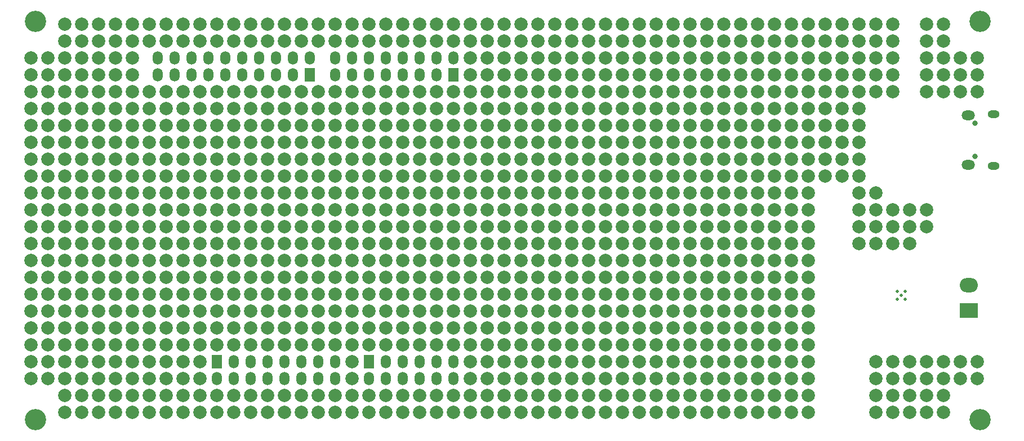
<source format=gbs>
G04 #@! TF.FileFunction,Soldermask,Bot*
%FSLAX46Y46*%
G04 Gerber Fmt 4.6, Leading zero omitted, Abs format (unit mm)*
G04 Created by KiCad (PCBNEW 4.0.2-stable) date Domenica 28 Maggio 2017 19:12:34*
%MOMM*%
G01*
G04 APERTURE LIST*
%ADD10C,0.100000*%
%ADD11C,2.000000*%
%ADD12C,0.800000*%
%ADD13O,2.000000X1.450000*%
%ADD14O,1.800000X1.150000*%
%ADD15R,2.700000X2.200000*%
%ADD16O,2.700000X2.200000*%
%ADD17O,1.524000X2.000000*%
%ADD18R,1.524000X2.000000*%
%ADD19C,3.200000*%
%ADD20C,0.500000*%
G04 APERTURE END LIST*
D10*
D11*
X53340000Y-106680000D03*
X53340000Y-104140000D03*
X53340000Y-101600000D03*
X53340000Y-111760000D03*
X53340000Y-109220000D03*
X53340000Y-99060000D03*
X53340000Y-93980000D03*
X53340000Y-96520000D03*
X55880000Y-104140000D03*
X55880000Y-106680000D03*
X55880000Y-93980000D03*
X55880000Y-99060000D03*
X55880000Y-96520000D03*
X55880000Y-101600000D03*
X55880000Y-109220000D03*
X55880000Y-111760000D03*
X53340000Y-88900000D03*
X53340000Y-91440000D03*
X53340000Y-81280000D03*
X53340000Y-78740000D03*
X53340000Y-76200000D03*
X53340000Y-86360000D03*
X53340000Y-83820000D03*
X53340000Y-73660000D03*
X53340000Y-68580000D03*
X53340000Y-71120000D03*
X55880000Y-78740000D03*
X55880000Y-81280000D03*
X55880000Y-68580000D03*
X55880000Y-73660000D03*
X55880000Y-71120000D03*
X55880000Y-76200000D03*
X55880000Y-88900000D03*
X55880000Y-83820000D03*
X55880000Y-86360000D03*
X55880000Y-91440000D03*
X53340000Y-66040000D03*
X55880000Y-66040000D03*
X63500000Y-66040000D03*
X60960000Y-60960000D03*
X58420000Y-63500000D03*
X63500000Y-60960000D03*
X60960000Y-63500000D03*
X63500000Y-63500000D03*
X53340000Y-63500000D03*
X55880000Y-63500000D03*
X58420000Y-58420000D03*
X58420000Y-60960000D03*
X58420000Y-66040000D03*
X60960000Y-66040000D03*
X63500000Y-58420000D03*
X60960000Y-58420000D03*
X68580000Y-63500000D03*
X68580000Y-60960000D03*
X68580000Y-66040000D03*
X66040000Y-66040000D03*
X66040000Y-63500000D03*
X68580000Y-58420000D03*
X66040000Y-60960000D03*
X66040000Y-58420000D03*
X68580000Y-68580000D03*
X60960000Y-68580000D03*
X63500000Y-68580000D03*
X66040000Y-68580000D03*
X60960000Y-78740000D03*
X63500000Y-76200000D03*
X63500000Y-78740000D03*
X66040000Y-76200000D03*
X58420000Y-78740000D03*
X58420000Y-73660000D03*
X58420000Y-76200000D03*
X58420000Y-68580000D03*
X58420000Y-71120000D03*
X60960000Y-71120000D03*
X63500000Y-71120000D03*
X66040000Y-71120000D03*
X66040000Y-73660000D03*
X63500000Y-73660000D03*
X68580000Y-76200000D03*
X68580000Y-73660000D03*
X68580000Y-71120000D03*
X68580000Y-78740000D03*
X66040000Y-81280000D03*
X66040000Y-78740000D03*
X60960000Y-76200000D03*
X60960000Y-73660000D03*
X58420000Y-83820000D03*
X60960000Y-83820000D03*
X68580000Y-81280000D03*
X68580000Y-83820000D03*
X60960000Y-81280000D03*
X58420000Y-81280000D03*
X63500000Y-81280000D03*
X66040000Y-83820000D03*
X63500000Y-83820000D03*
X60960000Y-86360000D03*
X58420000Y-86360000D03*
X58420000Y-88900000D03*
X58420000Y-91440000D03*
X60960000Y-91440000D03*
X63500000Y-86360000D03*
X60960000Y-88900000D03*
X63500000Y-88900000D03*
X63500000Y-91440000D03*
X66040000Y-86360000D03*
X68580000Y-88900000D03*
X66040000Y-91440000D03*
X66040000Y-88900000D03*
X68580000Y-86360000D03*
X68580000Y-91440000D03*
X68580000Y-93980000D03*
X60960000Y-93980000D03*
X63500000Y-93980000D03*
X66040000Y-93980000D03*
X60960000Y-104140000D03*
X63500000Y-101600000D03*
X63500000Y-104140000D03*
X66040000Y-101600000D03*
X58420000Y-104140000D03*
X58420000Y-99060000D03*
X58420000Y-101600000D03*
X58420000Y-93980000D03*
X58420000Y-96520000D03*
X60960000Y-96520000D03*
X63500000Y-96520000D03*
X66040000Y-96520000D03*
X66040000Y-99060000D03*
X63500000Y-99060000D03*
X68580000Y-101600000D03*
X68580000Y-99060000D03*
X68580000Y-96520000D03*
X68580000Y-104140000D03*
X66040000Y-106680000D03*
X66040000Y-104140000D03*
X60960000Y-101600000D03*
X60960000Y-99060000D03*
X58420000Y-109220000D03*
X60960000Y-109220000D03*
X68580000Y-106680000D03*
X68580000Y-109220000D03*
X60960000Y-106680000D03*
X58420000Y-106680000D03*
X63500000Y-106680000D03*
X66040000Y-109220000D03*
X63500000Y-109220000D03*
X60960000Y-111760000D03*
X58420000Y-111760000D03*
X58420000Y-114300000D03*
X58420000Y-116840000D03*
X60960000Y-116840000D03*
X63500000Y-111760000D03*
X60960000Y-114300000D03*
X63500000Y-114300000D03*
X63500000Y-116840000D03*
X66040000Y-111760000D03*
X68580000Y-114300000D03*
X66040000Y-116840000D03*
X66040000Y-114300000D03*
X68580000Y-111760000D03*
X68580000Y-116840000D03*
X180340000Y-91440000D03*
X182880000Y-91440000D03*
X185420000Y-91440000D03*
X177800000Y-91440000D03*
X193040000Y-63500000D03*
X195580000Y-68580000D03*
X193040000Y-66040000D03*
X195580000Y-66040000D03*
X193040000Y-68580000D03*
X195580000Y-63500000D03*
X187960000Y-58420000D03*
X190500000Y-58420000D03*
X187960000Y-60960000D03*
X190500000Y-60960000D03*
X187960000Y-63500000D03*
X190500000Y-68580000D03*
X187960000Y-66040000D03*
X190500000Y-66040000D03*
X187960000Y-68580000D03*
X190500000Y-63500000D03*
X180340000Y-60960000D03*
X180340000Y-63500000D03*
X182880000Y-63500000D03*
X182880000Y-58420000D03*
X180340000Y-58420000D03*
X182880000Y-60960000D03*
X180340000Y-66040000D03*
X182880000Y-68580000D03*
X182880000Y-66040000D03*
X180340000Y-68580000D03*
X172720000Y-58420000D03*
X172720000Y-60960000D03*
X177800000Y-58420000D03*
X175260000Y-60960000D03*
X177800000Y-60960000D03*
X175260000Y-58420000D03*
X175260000Y-63500000D03*
X172720000Y-63500000D03*
X177800000Y-63500000D03*
X175260000Y-66040000D03*
X177800000Y-68580000D03*
X175260000Y-68580000D03*
X177800000Y-66040000D03*
X172720000Y-66040000D03*
X177800000Y-71120000D03*
X172720000Y-71120000D03*
X172720000Y-68580000D03*
X175260000Y-71120000D03*
X177800000Y-73660000D03*
X175260000Y-76200000D03*
X172720000Y-76200000D03*
X172720000Y-73660000D03*
X175260000Y-73660000D03*
X177800000Y-76200000D03*
X177800000Y-78740000D03*
X175260000Y-78740000D03*
X172720000Y-78740000D03*
X177800000Y-81280000D03*
X185420000Y-86360000D03*
X185420000Y-88900000D03*
X177800000Y-86360000D03*
X175260000Y-81280000D03*
X182880000Y-88900000D03*
X180340000Y-83820000D03*
X180340000Y-86360000D03*
X177800000Y-88900000D03*
X177800000Y-83820000D03*
X180340000Y-88900000D03*
X182880000Y-86360000D03*
X172720000Y-81280000D03*
X190500000Y-114300000D03*
X187960000Y-116840000D03*
X190500000Y-116840000D03*
X185420000Y-116840000D03*
X182880000Y-114300000D03*
X182880000Y-109220000D03*
X180340000Y-116840000D03*
X180340000Y-114300000D03*
X180340000Y-111760000D03*
X182880000Y-116840000D03*
X180340000Y-109220000D03*
X182880000Y-111760000D03*
X185420000Y-114300000D03*
X187960000Y-111760000D03*
X185420000Y-111760000D03*
X190500000Y-111760000D03*
X187960000Y-114300000D03*
X185420000Y-109220000D03*
X187960000Y-109220000D03*
X190500000Y-109220000D03*
X195580000Y-111760000D03*
X193040000Y-111760000D03*
X195580000Y-109220000D03*
X193040000Y-109220000D03*
X132080000Y-109220000D03*
X127000000Y-114300000D03*
X127000000Y-111760000D03*
X127000000Y-109220000D03*
X129540000Y-109220000D03*
X134620000Y-116840000D03*
X127000000Y-116840000D03*
X134620000Y-114300000D03*
X134620000Y-111760000D03*
X134620000Y-109220000D03*
X121920000Y-116840000D03*
X119380000Y-116840000D03*
X124460000Y-116840000D03*
X124460000Y-114300000D03*
X119380000Y-114300000D03*
X121920000Y-114300000D03*
X132080000Y-111760000D03*
X129540000Y-111760000D03*
X129540000Y-116840000D03*
X132080000Y-114300000D03*
X132080000Y-116840000D03*
X129540000Y-114300000D03*
X162560000Y-109220000D03*
X162560000Y-111760000D03*
X165100000Y-109220000D03*
X165100000Y-111760000D03*
X157480000Y-109220000D03*
X160020000Y-109220000D03*
X154940000Y-109220000D03*
X157480000Y-116840000D03*
X157480000Y-111760000D03*
X152400000Y-116840000D03*
X152400000Y-114300000D03*
X154940000Y-111760000D03*
X154940000Y-114300000D03*
X154940000Y-116840000D03*
X157480000Y-114300000D03*
X165100000Y-116840000D03*
X165100000Y-114300000D03*
X160020000Y-111760000D03*
X162560000Y-114300000D03*
X162560000Y-116840000D03*
X160020000Y-114300000D03*
X160020000Y-116840000D03*
X149860000Y-116840000D03*
X147320000Y-116840000D03*
X149860000Y-114300000D03*
X144780000Y-114300000D03*
X144780000Y-116840000D03*
X147320000Y-114300000D03*
X147320000Y-111760000D03*
X142240000Y-116840000D03*
X142240000Y-114300000D03*
X142240000Y-111760000D03*
X144780000Y-111760000D03*
X139700000Y-116840000D03*
X137160000Y-111760000D03*
X137160000Y-114300000D03*
X137160000Y-116840000D03*
X139700000Y-111760000D03*
X139700000Y-114300000D03*
X149860000Y-111760000D03*
X152400000Y-111760000D03*
X152400000Y-109220000D03*
X149860000Y-109220000D03*
X137160000Y-109220000D03*
X147320000Y-109220000D03*
X139700000Y-109220000D03*
X142240000Y-109220000D03*
X144780000Y-109220000D03*
X119380000Y-109220000D03*
X119380000Y-111760000D03*
X121920000Y-111760000D03*
X124460000Y-111760000D03*
X124460000Y-109220000D03*
X121920000Y-109220000D03*
X167640000Y-116840000D03*
X170180000Y-111760000D03*
X170180000Y-114300000D03*
X170180000Y-116840000D03*
X167640000Y-111760000D03*
X167640000Y-114300000D03*
X167640000Y-109220000D03*
X170180000Y-109220000D03*
X132080000Y-66040000D03*
X160020000Y-60960000D03*
X160020000Y-63500000D03*
X162560000Y-60960000D03*
X162560000Y-63500000D03*
X160020000Y-58420000D03*
X154940000Y-66040000D03*
X152400000Y-66040000D03*
X152400000Y-63500000D03*
X154940000Y-63500000D03*
X157480000Y-63500000D03*
X157480000Y-60960000D03*
X157480000Y-58420000D03*
X152400000Y-60960000D03*
X152400000Y-58420000D03*
X154940000Y-58420000D03*
X154940000Y-60960000D03*
X165100000Y-66040000D03*
X165100000Y-63500000D03*
X165100000Y-60960000D03*
X165100000Y-58420000D03*
X162560000Y-58420000D03*
X162560000Y-66040000D03*
X160020000Y-66040000D03*
X157480000Y-66040000D03*
X147320000Y-66040000D03*
X149860000Y-66040000D03*
X142240000Y-66040000D03*
X144780000Y-66040000D03*
X142240000Y-63500000D03*
X142240000Y-60960000D03*
X142240000Y-58420000D03*
X144780000Y-58420000D03*
X144780000Y-60960000D03*
X144780000Y-63500000D03*
X137160000Y-66040000D03*
X139700000Y-66040000D03*
X139700000Y-63500000D03*
X139700000Y-58420000D03*
X137160000Y-58420000D03*
X137160000Y-60960000D03*
X137160000Y-63500000D03*
X139700000Y-60960000D03*
X149860000Y-63500000D03*
X149860000Y-58420000D03*
X147320000Y-58420000D03*
X147320000Y-60960000D03*
X147320000Y-63500000D03*
X149860000Y-60960000D03*
X134620000Y-66040000D03*
X121920000Y-60960000D03*
X119380000Y-58420000D03*
X119380000Y-60960000D03*
X124460000Y-60960000D03*
X124460000Y-58420000D03*
X121920000Y-58420000D03*
X121920000Y-66040000D03*
X119380000Y-63500000D03*
X119380000Y-66040000D03*
X124460000Y-66040000D03*
X124460000Y-63500000D03*
X121920000Y-63500000D03*
X134620000Y-63500000D03*
X134620000Y-58420000D03*
X132080000Y-58420000D03*
X132080000Y-60960000D03*
X132080000Y-63500000D03*
X134620000Y-60960000D03*
X127000000Y-66040000D03*
X129540000Y-63500000D03*
X129540000Y-66040000D03*
X127000000Y-63500000D03*
X127000000Y-60960000D03*
X127000000Y-58420000D03*
X129540000Y-58420000D03*
X129540000Y-60960000D03*
X167640000Y-63500000D03*
X167640000Y-58420000D03*
X170180000Y-58420000D03*
X170180000Y-60960000D03*
X170180000Y-63500000D03*
X167640000Y-60960000D03*
X167640000Y-66040000D03*
X170180000Y-66040000D03*
X101600000Y-111760000D03*
X101600000Y-109220000D03*
X116840000Y-106680000D03*
X116840000Y-104140000D03*
X116840000Y-101600000D03*
X116840000Y-99060000D03*
X116840000Y-96520000D03*
X116840000Y-93980000D03*
X116840000Y-91440000D03*
X116840000Y-88900000D03*
X116840000Y-86360000D03*
X116840000Y-83820000D03*
X116840000Y-81280000D03*
X116840000Y-78740000D03*
X116840000Y-76200000D03*
X116840000Y-73660000D03*
X116840000Y-71120000D03*
X116840000Y-68580000D03*
D12*
X195250000Y-78370000D03*
X195250000Y-73370000D03*
D13*
X194200000Y-72145000D03*
X194200000Y-79595000D03*
D14*
X198025000Y-79745000D03*
X198025000Y-71995000D03*
D15*
X194310000Y-101525000D03*
D16*
X194310000Y-97715000D03*
D17*
X116840000Y-111760000D03*
X116840000Y-109220000D03*
X114300000Y-111760000D03*
X114300000Y-109220000D03*
X111760000Y-111760000D03*
X111760000Y-109220000D03*
X109220000Y-111760000D03*
X109220000Y-109220000D03*
X106680000Y-111760000D03*
X106680000Y-109220000D03*
X104140000Y-111760000D03*
D18*
X104140000Y-109220000D03*
D17*
X99060000Y-111760000D03*
X99060000Y-109220000D03*
X96520000Y-111760000D03*
X96520000Y-109220000D03*
X93980000Y-111760000D03*
X93980000Y-109220000D03*
X91440000Y-111760000D03*
X91440000Y-109220000D03*
X88900000Y-111760000D03*
X88900000Y-109220000D03*
X86360000Y-111760000D03*
X86360000Y-109220000D03*
X83820000Y-111760000D03*
X83820000Y-109220000D03*
X81280000Y-111760000D03*
D18*
X81280000Y-109220000D03*
D17*
X116840000Y-63500000D03*
D18*
X116840000Y-66040000D03*
D17*
X114300000Y-63500000D03*
X114300000Y-66040000D03*
X111760000Y-63500000D03*
X111760000Y-66040000D03*
X109220000Y-63500000D03*
X109220000Y-66040000D03*
X106680000Y-63500000D03*
X106680000Y-66040000D03*
X104140000Y-63500000D03*
X104140000Y-66040000D03*
X101600000Y-63500000D03*
X101600000Y-66040000D03*
X99060000Y-63500000D03*
X99060000Y-66040000D03*
D18*
X95250000Y-66040000D03*
D17*
X95250000Y-63500000D03*
X92710000Y-66040000D03*
X92710000Y-63500000D03*
X90170000Y-66040000D03*
X90170000Y-63500000D03*
X87630000Y-66040000D03*
X87630000Y-63500000D03*
X85090000Y-66040000D03*
X85090000Y-63500000D03*
X82550000Y-66040000D03*
X82550000Y-63500000D03*
X80010000Y-66040000D03*
X80010000Y-63500000D03*
X77470000Y-66040000D03*
X77470000Y-63500000D03*
X74930000Y-66040000D03*
X74930000Y-63500000D03*
X72390000Y-66040000D03*
X72390000Y-63500000D03*
D11*
X114300000Y-68580000D03*
X114300000Y-71120000D03*
X114300000Y-73660000D03*
X114300000Y-76200000D03*
X114300000Y-78740000D03*
X114300000Y-81280000D03*
X114300000Y-83820000D03*
X114300000Y-86360000D03*
X114300000Y-88900000D03*
X114300000Y-91440000D03*
X114300000Y-93980000D03*
X114300000Y-96520000D03*
X114300000Y-99060000D03*
X114300000Y-101600000D03*
X114300000Y-104140000D03*
X114300000Y-106680000D03*
X109220000Y-106680000D03*
X109220000Y-104140000D03*
X109220000Y-101600000D03*
X109220000Y-99060000D03*
X109220000Y-96520000D03*
X109220000Y-93980000D03*
X109220000Y-91440000D03*
X109220000Y-88900000D03*
X109220000Y-86360000D03*
X109220000Y-83820000D03*
X109220000Y-81280000D03*
X109220000Y-78740000D03*
X109220000Y-76200000D03*
X109220000Y-73660000D03*
X109220000Y-71120000D03*
X109220000Y-68580000D03*
X111760000Y-68580000D03*
X111760000Y-71120000D03*
X111760000Y-73660000D03*
X111760000Y-76200000D03*
X111760000Y-78740000D03*
X111760000Y-81280000D03*
X111760000Y-83820000D03*
X111760000Y-86360000D03*
X111760000Y-88900000D03*
X111760000Y-91440000D03*
X111760000Y-93980000D03*
X111760000Y-96520000D03*
X111760000Y-99060000D03*
X111760000Y-101600000D03*
X111760000Y-104140000D03*
X111760000Y-106680000D03*
X101600000Y-106680000D03*
X101600000Y-104140000D03*
X101600000Y-101600000D03*
X101600000Y-99060000D03*
X101600000Y-96520000D03*
X101600000Y-93980000D03*
X101600000Y-91440000D03*
X101600000Y-88900000D03*
X101600000Y-86360000D03*
X101600000Y-83820000D03*
X101600000Y-81280000D03*
X101600000Y-78740000D03*
X101600000Y-76200000D03*
X101600000Y-73660000D03*
X101600000Y-71120000D03*
X101600000Y-68580000D03*
X99060000Y-68580000D03*
X99060000Y-71120000D03*
X99060000Y-73660000D03*
X99060000Y-76200000D03*
X99060000Y-78740000D03*
X99060000Y-81280000D03*
X99060000Y-83820000D03*
X99060000Y-86360000D03*
X99060000Y-88900000D03*
X99060000Y-91440000D03*
X99060000Y-93980000D03*
X99060000Y-96520000D03*
X99060000Y-99060000D03*
X99060000Y-101600000D03*
X99060000Y-104140000D03*
X99060000Y-106680000D03*
X104140000Y-106680000D03*
X104140000Y-104140000D03*
X104140000Y-101600000D03*
X104140000Y-99060000D03*
X104140000Y-96520000D03*
X104140000Y-93980000D03*
X104140000Y-91440000D03*
X104140000Y-88900000D03*
X104140000Y-86360000D03*
X104140000Y-83820000D03*
X104140000Y-81280000D03*
X104140000Y-78740000D03*
X104140000Y-76200000D03*
X104140000Y-73660000D03*
X104140000Y-71120000D03*
X104140000Y-68580000D03*
X106680000Y-68580000D03*
X106680000Y-71120000D03*
X106680000Y-73660000D03*
X106680000Y-76200000D03*
X106680000Y-78740000D03*
X106680000Y-81280000D03*
X106680000Y-83820000D03*
X106680000Y-86360000D03*
X106680000Y-88900000D03*
X106680000Y-91440000D03*
X106680000Y-93980000D03*
X106680000Y-96520000D03*
X106680000Y-99060000D03*
X106680000Y-101600000D03*
X106680000Y-104140000D03*
X106680000Y-106680000D03*
X86360000Y-106680000D03*
X86360000Y-104140000D03*
X86360000Y-101600000D03*
X86360000Y-99060000D03*
X86360000Y-96520000D03*
X86360000Y-93980000D03*
X86360000Y-91440000D03*
X86360000Y-88900000D03*
X86360000Y-86360000D03*
X86360000Y-83820000D03*
X86360000Y-81280000D03*
X86360000Y-78740000D03*
X86360000Y-76200000D03*
X86360000Y-73660000D03*
X86360000Y-71120000D03*
X86360000Y-68580000D03*
X83820000Y-68580000D03*
X83820000Y-71120000D03*
X83820000Y-73660000D03*
X83820000Y-76200000D03*
X83820000Y-78740000D03*
X83820000Y-81280000D03*
X83820000Y-83820000D03*
X83820000Y-86360000D03*
X83820000Y-88900000D03*
X83820000Y-91440000D03*
X83820000Y-93980000D03*
X83820000Y-96520000D03*
X83820000Y-99060000D03*
X83820000Y-101600000D03*
X83820000Y-104140000D03*
X83820000Y-106680000D03*
X78740000Y-106680000D03*
X78740000Y-104140000D03*
X78740000Y-101600000D03*
X78740000Y-99060000D03*
X78740000Y-96520000D03*
X78740000Y-93980000D03*
X78740000Y-91440000D03*
X78740000Y-88900000D03*
X78740000Y-86360000D03*
X78740000Y-83820000D03*
X78740000Y-81280000D03*
X78740000Y-78740000D03*
X78740000Y-76200000D03*
X78740000Y-73660000D03*
X78740000Y-71120000D03*
X78740000Y-68580000D03*
X81280000Y-68580000D03*
X81280000Y-71120000D03*
X81280000Y-73660000D03*
X81280000Y-76200000D03*
X81280000Y-78740000D03*
X81280000Y-81280000D03*
X81280000Y-83820000D03*
X81280000Y-86360000D03*
X81280000Y-88900000D03*
X81280000Y-91440000D03*
X81280000Y-93980000D03*
X81280000Y-96520000D03*
X81280000Y-99060000D03*
X81280000Y-101600000D03*
X81280000Y-104140000D03*
X81280000Y-106680000D03*
X91440000Y-106680000D03*
X91440000Y-104140000D03*
X91440000Y-101600000D03*
X91440000Y-99060000D03*
X91440000Y-96520000D03*
X91440000Y-93980000D03*
X91440000Y-91440000D03*
X91440000Y-88900000D03*
X91440000Y-86360000D03*
X91440000Y-83820000D03*
X91440000Y-81280000D03*
X91440000Y-78740000D03*
X91440000Y-76200000D03*
X91440000Y-73660000D03*
X91440000Y-71120000D03*
X91440000Y-68580000D03*
X88900000Y-68580000D03*
X88900000Y-71120000D03*
X88900000Y-73660000D03*
X88900000Y-76200000D03*
X88900000Y-78740000D03*
X88900000Y-81280000D03*
X88900000Y-83820000D03*
X88900000Y-86360000D03*
X88900000Y-88900000D03*
X88900000Y-91440000D03*
X88900000Y-93980000D03*
X88900000Y-96520000D03*
X88900000Y-99060000D03*
X88900000Y-101600000D03*
X88900000Y-104140000D03*
X88900000Y-106680000D03*
X93980000Y-106680000D03*
X93980000Y-104140000D03*
X93980000Y-101600000D03*
X93980000Y-99060000D03*
X93980000Y-96520000D03*
X93980000Y-93980000D03*
X93980000Y-91440000D03*
X93980000Y-88900000D03*
X93980000Y-86360000D03*
X93980000Y-83820000D03*
X93980000Y-81280000D03*
X93980000Y-78740000D03*
X93980000Y-76200000D03*
X93980000Y-73660000D03*
X93980000Y-71120000D03*
X93980000Y-68580000D03*
X96520000Y-68580000D03*
X96520000Y-71120000D03*
X96520000Y-73660000D03*
X96520000Y-76200000D03*
X96520000Y-78740000D03*
X96520000Y-81280000D03*
X96520000Y-83820000D03*
X96520000Y-86360000D03*
X96520000Y-88900000D03*
X96520000Y-91440000D03*
X96520000Y-93980000D03*
X96520000Y-96520000D03*
X96520000Y-99060000D03*
X96520000Y-101600000D03*
X96520000Y-104140000D03*
X96520000Y-106680000D03*
X73660000Y-106680000D03*
X73660000Y-104140000D03*
X73660000Y-101600000D03*
X73660000Y-99060000D03*
X73660000Y-96520000D03*
X73660000Y-93980000D03*
X73660000Y-91440000D03*
X73660000Y-88900000D03*
X73660000Y-86360000D03*
X73660000Y-83820000D03*
X73660000Y-81280000D03*
X73660000Y-78740000D03*
X73660000Y-76200000D03*
X73660000Y-73660000D03*
X73660000Y-71120000D03*
X73660000Y-68580000D03*
X71120000Y-68580000D03*
X71120000Y-71120000D03*
X71120000Y-73660000D03*
X71120000Y-76200000D03*
X71120000Y-78740000D03*
X71120000Y-81280000D03*
X71120000Y-83820000D03*
X71120000Y-86360000D03*
X71120000Y-88900000D03*
X71120000Y-91440000D03*
X71120000Y-93980000D03*
X71120000Y-96520000D03*
X71120000Y-99060000D03*
X71120000Y-101600000D03*
X71120000Y-104140000D03*
X71120000Y-106680000D03*
X76200000Y-106680000D03*
X76200000Y-104140000D03*
X76200000Y-101600000D03*
X76200000Y-99060000D03*
X76200000Y-96520000D03*
X76200000Y-93980000D03*
X76200000Y-91440000D03*
X76200000Y-88900000D03*
X76200000Y-86360000D03*
X76200000Y-83820000D03*
X76200000Y-81280000D03*
X76200000Y-78740000D03*
X76200000Y-76200000D03*
X76200000Y-73660000D03*
X76200000Y-71120000D03*
X76200000Y-68580000D03*
X76200000Y-109220000D03*
X76200000Y-111760000D03*
X76200000Y-114300000D03*
X76200000Y-116840000D03*
X71120000Y-116840000D03*
X71120000Y-114300000D03*
X71120000Y-111760000D03*
X71120000Y-109220000D03*
X73660000Y-109220000D03*
X73660000Y-111760000D03*
X73660000Y-114300000D03*
X73660000Y-116840000D03*
X78740000Y-109220000D03*
X78740000Y-111760000D03*
X78740000Y-114300000D03*
X78740000Y-116840000D03*
X96520000Y-116840000D03*
X96520000Y-114300000D03*
X93980000Y-114300000D03*
X93980000Y-116840000D03*
X88900000Y-116840000D03*
X88900000Y-114300000D03*
X91440000Y-114300000D03*
X91440000Y-116840000D03*
X81280000Y-116840000D03*
X81280000Y-114300000D03*
X83820000Y-116840000D03*
X83820000Y-114300000D03*
X86360000Y-114300000D03*
X86360000Y-116840000D03*
X106680000Y-116840000D03*
X106680000Y-114300000D03*
X104140000Y-114300000D03*
X104140000Y-116840000D03*
X99060000Y-116840000D03*
X99060000Y-114300000D03*
X101600000Y-114300000D03*
X101600000Y-116840000D03*
X111760000Y-116840000D03*
X111760000Y-114300000D03*
X109220000Y-114300000D03*
X109220000Y-116840000D03*
X114300000Y-116840000D03*
X114300000Y-114300000D03*
X116840000Y-114300000D03*
X116840000Y-116840000D03*
X124460000Y-68580000D03*
X124460000Y-71120000D03*
X124460000Y-73660000D03*
X124460000Y-76200000D03*
X124460000Y-78740000D03*
X124460000Y-81280000D03*
X124460000Y-83820000D03*
X124460000Y-86360000D03*
X124460000Y-88900000D03*
X124460000Y-91440000D03*
X124460000Y-93980000D03*
X124460000Y-96520000D03*
X124460000Y-99060000D03*
X124460000Y-101600000D03*
X124460000Y-104140000D03*
X124460000Y-106680000D03*
X119380000Y-106680000D03*
X119380000Y-104140000D03*
X119380000Y-101600000D03*
X119380000Y-99060000D03*
X119380000Y-96520000D03*
X119380000Y-93980000D03*
X119380000Y-91440000D03*
X119380000Y-88900000D03*
X119380000Y-86360000D03*
X119380000Y-83820000D03*
X119380000Y-81280000D03*
X119380000Y-78740000D03*
X119380000Y-76200000D03*
X119380000Y-73660000D03*
X119380000Y-71120000D03*
X119380000Y-68580000D03*
X121920000Y-68580000D03*
X121920000Y-71120000D03*
X121920000Y-73660000D03*
X121920000Y-76200000D03*
X121920000Y-78740000D03*
X121920000Y-81280000D03*
X121920000Y-83820000D03*
X121920000Y-86360000D03*
X121920000Y-88900000D03*
X121920000Y-91440000D03*
X121920000Y-93980000D03*
X121920000Y-96520000D03*
X121920000Y-99060000D03*
X121920000Y-101600000D03*
X121920000Y-104140000D03*
X121920000Y-106680000D03*
X144780000Y-106680000D03*
X144780000Y-104140000D03*
X144780000Y-101600000D03*
X144780000Y-99060000D03*
X144780000Y-96520000D03*
X144780000Y-93980000D03*
X144780000Y-91440000D03*
X144780000Y-88900000D03*
X144780000Y-86360000D03*
X144780000Y-83820000D03*
X144780000Y-81280000D03*
X144780000Y-78740000D03*
X144780000Y-76200000D03*
X144780000Y-73660000D03*
X144780000Y-71120000D03*
X144780000Y-68580000D03*
X142240000Y-68580000D03*
X142240000Y-71120000D03*
X142240000Y-73660000D03*
X142240000Y-76200000D03*
X142240000Y-78740000D03*
X142240000Y-81280000D03*
X142240000Y-83820000D03*
X142240000Y-86360000D03*
X142240000Y-88900000D03*
X142240000Y-91440000D03*
X142240000Y-93980000D03*
X142240000Y-96520000D03*
X142240000Y-99060000D03*
X142240000Y-101600000D03*
X142240000Y-104140000D03*
X142240000Y-106680000D03*
X137160000Y-106680000D03*
X137160000Y-104140000D03*
X137160000Y-101600000D03*
X137160000Y-99060000D03*
X137160000Y-96520000D03*
X137160000Y-93980000D03*
X137160000Y-91440000D03*
X137160000Y-88900000D03*
X137160000Y-86360000D03*
X137160000Y-83820000D03*
X137160000Y-81280000D03*
X137160000Y-78740000D03*
X137160000Y-76200000D03*
X137160000Y-73660000D03*
X137160000Y-71120000D03*
X137160000Y-68580000D03*
X139700000Y-68580000D03*
X139700000Y-71120000D03*
X139700000Y-73660000D03*
X139700000Y-76200000D03*
X139700000Y-78740000D03*
X139700000Y-81280000D03*
X139700000Y-83820000D03*
X139700000Y-86360000D03*
X139700000Y-88900000D03*
X139700000Y-91440000D03*
X139700000Y-93980000D03*
X139700000Y-96520000D03*
X139700000Y-99060000D03*
X139700000Y-101600000D03*
X139700000Y-104140000D03*
X139700000Y-106680000D03*
X129540000Y-106680000D03*
X129540000Y-104140000D03*
X129540000Y-101600000D03*
X129540000Y-99060000D03*
X129540000Y-96520000D03*
X129540000Y-93980000D03*
X129540000Y-91440000D03*
X129540000Y-88900000D03*
X129540000Y-86360000D03*
X129540000Y-83820000D03*
X129540000Y-81280000D03*
X129540000Y-78740000D03*
X129540000Y-76200000D03*
X129540000Y-73660000D03*
X129540000Y-71120000D03*
X129540000Y-68580000D03*
X127000000Y-68580000D03*
X127000000Y-71120000D03*
X127000000Y-73660000D03*
X127000000Y-76200000D03*
X127000000Y-78740000D03*
X127000000Y-81280000D03*
X127000000Y-83820000D03*
X127000000Y-86360000D03*
X127000000Y-88900000D03*
X127000000Y-91440000D03*
X127000000Y-93980000D03*
X127000000Y-96520000D03*
X127000000Y-99060000D03*
X127000000Y-101600000D03*
X127000000Y-104140000D03*
X127000000Y-106680000D03*
X132080000Y-106680000D03*
X132080000Y-104140000D03*
X132080000Y-101600000D03*
X132080000Y-99060000D03*
X132080000Y-96520000D03*
X132080000Y-93980000D03*
X132080000Y-91440000D03*
X132080000Y-88900000D03*
X132080000Y-86360000D03*
X132080000Y-83820000D03*
X132080000Y-81280000D03*
X132080000Y-78740000D03*
X132080000Y-76200000D03*
X132080000Y-73660000D03*
X132080000Y-71120000D03*
X132080000Y-68580000D03*
X134620000Y-68580000D03*
X134620000Y-71120000D03*
X134620000Y-73660000D03*
X134620000Y-76200000D03*
X134620000Y-78740000D03*
X134620000Y-81280000D03*
X134620000Y-83820000D03*
X134620000Y-86360000D03*
X134620000Y-88900000D03*
X134620000Y-91440000D03*
X134620000Y-93980000D03*
X134620000Y-96520000D03*
X134620000Y-99060000D03*
X134620000Y-101600000D03*
X134620000Y-104140000D03*
X134620000Y-106680000D03*
X154940000Y-106680000D03*
X154940000Y-104140000D03*
X154940000Y-101600000D03*
X154940000Y-99060000D03*
X154940000Y-96520000D03*
X154940000Y-93980000D03*
X154940000Y-91440000D03*
X154940000Y-88900000D03*
X154940000Y-86360000D03*
X154940000Y-83820000D03*
X154940000Y-81280000D03*
X154940000Y-78740000D03*
X154940000Y-76200000D03*
X154940000Y-73660000D03*
X154940000Y-71120000D03*
X154940000Y-68580000D03*
X152400000Y-68580000D03*
X152400000Y-71120000D03*
X152400000Y-73660000D03*
X152400000Y-76200000D03*
X152400000Y-78740000D03*
X152400000Y-81280000D03*
X152400000Y-83820000D03*
X152400000Y-86360000D03*
X152400000Y-88900000D03*
X152400000Y-91440000D03*
X152400000Y-93980000D03*
X152400000Y-96520000D03*
X152400000Y-99060000D03*
X152400000Y-101600000D03*
X152400000Y-104140000D03*
X152400000Y-106680000D03*
X147320000Y-106680000D03*
X147320000Y-104140000D03*
X147320000Y-101600000D03*
X147320000Y-99060000D03*
X147320000Y-96520000D03*
X147320000Y-93980000D03*
X147320000Y-91440000D03*
X147320000Y-88900000D03*
X147320000Y-86360000D03*
X147320000Y-83820000D03*
X147320000Y-81280000D03*
X147320000Y-78740000D03*
X147320000Y-76200000D03*
X147320000Y-73660000D03*
X147320000Y-71120000D03*
X147320000Y-68580000D03*
X149860000Y-68580000D03*
X149860000Y-71120000D03*
X149860000Y-73660000D03*
X149860000Y-76200000D03*
X149860000Y-78740000D03*
X149860000Y-81280000D03*
X149860000Y-83820000D03*
X149860000Y-86360000D03*
X149860000Y-88900000D03*
X149860000Y-91440000D03*
X149860000Y-93980000D03*
X149860000Y-96520000D03*
X149860000Y-99060000D03*
X149860000Y-101600000D03*
X149860000Y-104140000D03*
X149860000Y-106680000D03*
X160020000Y-106680000D03*
X160020000Y-104140000D03*
X160020000Y-101600000D03*
X160020000Y-99060000D03*
X160020000Y-96520000D03*
X160020000Y-93980000D03*
X160020000Y-91440000D03*
X160020000Y-88900000D03*
X160020000Y-86360000D03*
X160020000Y-83820000D03*
X160020000Y-81280000D03*
X160020000Y-78740000D03*
X160020000Y-76200000D03*
X160020000Y-73660000D03*
X160020000Y-71120000D03*
X160020000Y-68580000D03*
X157480000Y-68580000D03*
X157480000Y-71120000D03*
X157480000Y-73660000D03*
X157480000Y-76200000D03*
X157480000Y-78740000D03*
X157480000Y-81280000D03*
X157480000Y-83820000D03*
X157480000Y-86360000D03*
X157480000Y-88900000D03*
X157480000Y-91440000D03*
X157480000Y-93980000D03*
X157480000Y-96520000D03*
X157480000Y-99060000D03*
X157480000Y-101600000D03*
X157480000Y-104140000D03*
X157480000Y-106680000D03*
X162560000Y-106680000D03*
X162560000Y-104140000D03*
X162560000Y-101600000D03*
X162560000Y-99060000D03*
X162560000Y-96520000D03*
X162560000Y-93980000D03*
X162560000Y-91440000D03*
X162560000Y-88900000D03*
X162560000Y-86360000D03*
X162560000Y-83820000D03*
X162560000Y-81280000D03*
X162560000Y-78740000D03*
X162560000Y-76200000D03*
X162560000Y-73660000D03*
X162560000Y-71120000D03*
X162560000Y-68580000D03*
X165100000Y-68580000D03*
X165100000Y-71120000D03*
X165100000Y-73660000D03*
X165100000Y-76200000D03*
X165100000Y-78740000D03*
X165100000Y-81280000D03*
X165100000Y-83820000D03*
X165100000Y-86360000D03*
X165100000Y-88900000D03*
X165100000Y-91440000D03*
X165100000Y-93980000D03*
X165100000Y-96520000D03*
X165100000Y-99060000D03*
X165100000Y-101600000D03*
X165100000Y-104140000D03*
X165100000Y-106680000D03*
X170180000Y-106680000D03*
X170180000Y-104140000D03*
X170180000Y-101600000D03*
X170180000Y-99060000D03*
X170180000Y-96520000D03*
X170180000Y-93980000D03*
X170180000Y-91440000D03*
X170180000Y-88900000D03*
X170180000Y-86360000D03*
X170180000Y-83820000D03*
X170180000Y-81280000D03*
X170180000Y-78740000D03*
X170180000Y-76200000D03*
X170180000Y-73660000D03*
X170180000Y-71120000D03*
X170180000Y-68580000D03*
X167640000Y-68580000D03*
X167640000Y-71120000D03*
X167640000Y-73660000D03*
X167640000Y-76200000D03*
X167640000Y-78740000D03*
X167640000Y-81280000D03*
X167640000Y-83820000D03*
X167640000Y-86360000D03*
X167640000Y-88900000D03*
X167640000Y-91440000D03*
X167640000Y-93980000D03*
X167640000Y-96520000D03*
X167640000Y-99060000D03*
X167640000Y-101600000D03*
X167640000Y-104140000D03*
X167640000Y-106680000D03*
X76200000Y-58420000D03*
X76200000Y-60960000D03*
X71120000Y-60960000D03*
X71120000Y-58420000D03*
X73660000Y-58420000D03*
X73660000Y-60960000D03*
X96520000Y-60960000D03*
X96520000Y-58420000D03*
X93980000Y-58420000D03*
X93980000Y-60960000D03*
X88900000Y-60960000D03*
X88900000Y-58420000D03*
X91440000Y-58420000D03*
X91440000Y-60960000D03*
X81280000Y-60960000D03*
X81280000Y-58420000D03*
X78740000Y-58420000D03*
X78740000Y-60960000D03*
X83820000Y-60960000D03*
X83820000Y-58420000D03*
X86360000Y-58420000D03*
X86360000Y-60960000D03*
X106680000Y-60960000D03*
X106680000Y-58420000D03*
X104140000Y-58420000D03*
X104140000Y-60960000D03*
X99060000Y-60960000D03*
X99060000Y-58420000D03*
X101600000Y-58420000D03*
X101600000Y-60960000D03*
X111760000Y-60960000D03*
X111760000Y-58420000D03*
X109220000Y-58420000D03*
X109220000Y-60960000D03*
X114300000Y-60960000D03*
X114300000Y-58420000D03*
X116840000Y-58420000D03*
X116840000Y-60960000D03*
D19*
X196000000Y-58000000D03*
X196000000Y-118000000D03*
X54000000Y-118000000D03*
X54000000Y-58000000D03*
D11*
X187960000Y-88900000D03*
X187960000Y-86360000D03*
D20*
X184175000Y-99250000D03*
X184775000Y-98650000D03*
X183575000Y-99850000D03*
X183575000Y-98650000D03*
X184775000Y-99850000D03*
M02*

</source>
